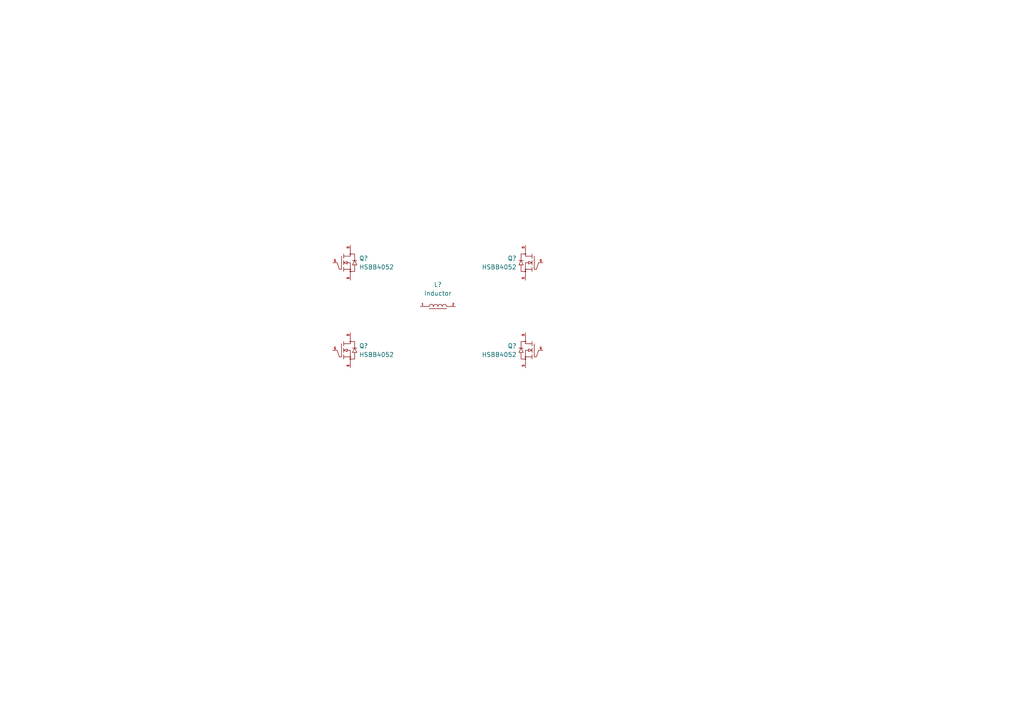
<source format=kicad_sch>
(kicad_sch (version 20211123) (generator eeschema)
  (paper "A4")
  (lib_symbols
    (symbol "Basic_passive_components:Inductor" (pin_names (offset 1.016))
      (property "Reference" "L" (at -4.445 -2.54 0))
      (property "Value" "Inductor" (at 0 2.54 0))
      (symbol "Inductor_0_1"
        (arc (start -1.27 0) (mid -1.905 0.635) (end -2.54 0))
        (arc (start 0 0) (mid -0.635 0.635) (end -1.27 0))
        (polyline (pts (xy -2.54 -0.635) (xy 2.54 -0.635)))
        (polyline (pts (xy -2.54 0) (xy -3.81 0)))
        (polyline (pts (xy 2.54 0) (xy 3.81 0)))
        (arc (start 1.27 0) (mid 0.635 0.635) (end 0 0))
        (arc (start 2.54 0) (mid 1.905 0.635) (end 1.27 0))
      )
      (symbol "Inductor_1_1"
        (pin passive line (at -5.08 0 0) (length 1.27) (name "~") (number "1"))
        (pin passive line (at 5.08 0 180) (length 1.27) (name "~") (number "2"))
      )
    )
    (symbol "Power_transistor:HSBB4052" (pin_names (offset 1.016) hide)
      (property "Reference" "Q" (at 3.175 -1.27 0))
      (property "Value" "HSBB4052" (at 7.62 1.27 0))
      (symbol "HSBB4052_0_1"
        (circle (center 0 -2.54) (radius 0.127) (fill (type outline)))
        (circle (center 0 -1.905) (radius 0.127) (fill (type outline)))
        (polyline (pts (xy -1.905 -1.905) (xy 0 -1.905)))
        (polyline (pts (xy -1.905 -1.27) (xy -1.905 -2.54)))
        (polyline (pts (xy -1.905 0.635) (xy -1.905 -0.635)))
        (polyline (pts (xy -1.905 1.905) (xy 0 1.905)))
        (polyline (pts (xy -1.905 2.54) (xy -1.905 1.27)))
        (polyline (pts (xy 0 -1.905) (xy 0 -3.81)))
        (polyline (pts (xy 0 3.81) (xy 0 1.905)))
        (polyline (pts (xy 0.635 0.635) (xy 1.905 0.635)))
        (polyline (pts (xy -0.889 0) (xy 0 0) (xy 0 -1.905)))
        (polyline (pts (xy 0 -2.54) (xy 1.27 -2.54) (xy 1.27 -0.635)))
        (polyline (pts (xy 0 2.54) (xy 1.27 2.54) (xy 1.27 0.635)))
        (polyline (pts (xy -2.54 1.905) (xy -2.54 -1.905) (xy -3.175 -1.905) (xy -3.81 0)))
        (polyline (pts (xy -1.905 0) (xy -0.889 0.381) (xy -0.889 -0.381) (xy -1.905 0)))
        (polyline (pts (xy 1.27 0.635) (xy 0.635 -0.635) (xy 1.905 -0.635) (xy 1.27 0.635)))
        (circle (center 0 2.54) (radius 0.127) (fill (type outline)))
      )
      (symbol "HSBB4052_1_1"
        (pin passive line (at 0 5.08 270) (length 1.27) (name "Drain") (number "D"))
        (pin passive line (at -5.08 0 0) (length 1.27) (name "Gate") (number "G"))
        (pin passive line (at 0 -5.08 90) (length 1.27) (name "Source") (number "S"))
      )
    )
  )
  (symbol (lib_id "Power_transistor:HSBB4052") (at 152.4 101.6 0) (mirror y) (unit 1)
    (property "Reference" "Q?" (at 149.86 100.3299 0) (effects (justify left)))
    (property "Value" "HSBB4052" (at 149.86 102.8699 0) (effects (justify left)))
    (property "Footprint" "POWER_TRANSISTOR_SMD:SON-3333-FET" (effects hide))
  )
  (symbol (lib_id "Power_transistor:HSBB4052") (at 101.6 76.2 0) (unit 1)
    (property "Reference" "Q?" (at 104.14 74.9299 0) (effects (justify left)))
    (property "Value" "HSBB4052" (at 104.14 77.4699 0) (effects (justify left)))
    (property "Footprint" "POWER_TRANSISTOR_SMD:SON-3333-FET" (effects hide))
  )
  (symbol (lib_id "Power_transistor:HSBB4052") (at 152.4 76.2 0) (mirror y) (unit 1)
    (property "Reference" "Q?" (at 149.86 74.9299 0) (effects (justify left)))
    (property "Value" "HSBB4052" (at 149.86 77.4699 0) (effects (justify left)))
    (property "Footprint" "POWER_TRANSISTOR_SMD:SON-3333-FET" (effects hide))
  )
  (symbol (lib_id "Power_transistor:HSBB4052") (at 101.6 101.6 0) (unit 1)
    (property "Reference" "Q?" (at 104.14 100.3299 0) (effects (justify left)))
    (property "Value" "HSBB4052" (at 104.14 102.8699 0) (effects (justify left)))
    (property "Footprint" "POWER_TRANSISTOR_SMD:SON-3333-FET" (effects hide))
  )
  (symbol (lib_id "Basic_passive_components:Inductor") (at 127 88.9 0) (unit 1)
    (property "Reference" "L?" (at 127 82.55 0))
    (property "Value" "Inductor" (at 127 85.09 0))
  )
)
</source>
